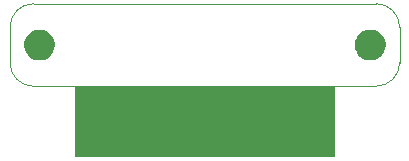
<source format=gbr>
G04*
G04 #@! TF.GenerationSoftware,Altium Limited,Altium Designer,23.8.1 (32)*
G04*
G04 Layer_Color=0*
%FSLAX25Y25*%
%MOIN*%
G70*
G04*
G04 #@! TF.SameCoordinates,48C9B784-376A-4F07-8638-CCFCEE87AEF8*
G04*
G04*
G04 #@! TF.FilePolarity,Positive*
G04*
G01*
G75*
%ADD23C,0.00100*%
G36*
X212598Y87402D02*
X213103D01*
X214091Y87598D01*
X215023Y87984D01*
X215861Y88544D01*
X216574Y89257D01*
X217134Y90095D01*
X217520Y91027D01*
X217717Y92016D01*
Y92520D01*
Y93024D01*
X217520Y94013D01*
X217134Y94944D01*
X216574Y95782D01*
X215861Y96495D01*
X215023Y97055D01*
X214091Y97441D01*
X213103Y97638D01*
X212598D01*
X212094D01*
X211105Y97441D01*
X210174Y97055D01*
X209336Y96495D01*
X208623Y95782D01*
X208063Y94944D01*
X207677Y94013D01*
X207480Y93024D01*
Y92520D01*
Y92016D01*
X207677Y91027D01*
X208063Y90095D01*
X208623Y89257D01*
X209336Y88544D01*
X210174Y87984D01*
X211105Y87598D01*
X212094Y87402D01*
X212598D01*
D01*
D02*
G37*
G36*
X102362D02*
X102866D01*
X103855Y87598D01*
X104787Y87984D01*
X105625Y88544D01*
X106338Y89257D01*
X106898Y90095D01*
X107284Y91027D01*
X107480Y92016D01*
Y92520D01*
Y93024D01*
X107284Y94013D01*
X106898Y94944D01*
X106338Y95782D01*
X105625Y96495D01*
X104787Y97055D01*
X103855Y97441D01*
X102866Y97638D01*
X102362D01*
X101858D01*
X100869Y97441D01*
X99938Y97055D01*
X99100Y96495D01*
X98387Y95782D01*
X97827Y94944D01*
X97441Y94013D01*
X97244Y93024D01*
Y92520D01*
Y92016D01*
X97441Y91027D01*
X97827Y90095D01*
X98387Y89257D01*
X99100Y88544D01*
X99938Y87984D01*
X100869Y87598D01*
X101858Y87402D01*
X102362D01*
D01*
D02*
G37*
G36*
X200787Y78740D02*
Y55118D01*
X114173D01*
Y78740D01*
X200787D01*
D02*
G37*
D23*
X92520Y86614D02*
Y98425D01*
D02*
G02*
X100394Y106299I7874J0D01*
G01*
X214567D01*
D02*
G02*
X222441Y98425I0J-7874D01*
G01*
Y86614D01*
D02*
G02*
X214567Y78740I-7874J0D01*
G01*
X100394D01*
D02*
G02*
X92520Y86614I0J7874D01*
G01*
M02*

</source>
